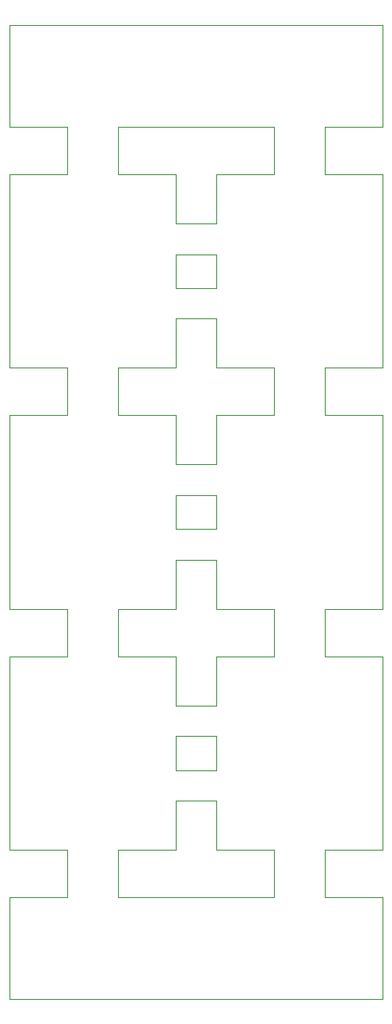
<source format=gbr>
%TF.GenerationSoftware,KiCad,Pcbnew,8.0.4*%
%TF.CreationDate,2024-09-15T23:07:02-03:00*%
%TF.ProjectId,panelized_TB67,70616e65-6c69-47a6-9564-5f544236372e,rev?*%
%TF.SameCoordinates,Original*%
%TF.FileFunction,Profile,NP*%
%FSLAX46Y46*%
G04 Gerber Fmt 4.6, Leading zero omitted, Abs format (unit mm)*
G04 Created by KiCad (PCBNEW 8.0.4) date 2024-09-15 23:07:02*
%MOMM*%
%LPD*%
G01*
G04 APERTURE LIST*
%TA.AperFunction,Profile*%
%ADD10C,0.100000*%
%TD*%
G04 APERTURE END LIST*
D10*
X166800000Y-100950500D02*
X166800000Y-81950500D01*
X161150000Y-100950500D02*
X166800000Y-100950500D01*
X150500000Y-63133833D02*
X148501000Y-63133833D01*
X161150000Y-79624500D02*
X161150000Y-77300500D01*
X130200000Y-81950500D02*
X130200000Y-100950500D01*
X135850000Y-34650500D02*
X130200000Y-34650500D01*
X130200000Y-77300500D02*
X135850000Y-77300500D01*
X148499000Y-45817166D02*
X146500000Y-45817166D01*
X135850000Y-79626500D02*
X135850000Y-81950500D01*
X148501000Y-63133833D02*
X148499000Y-63133833D01*
X146500000Y-39483833D02*
X146500000Y-34650500D01*
X146500000Y-48817166D02*
X148499000Y-48817166D01*
X156150000Y-34650500D02*
X150500000Y-34650500D01*
X148501000Y-66133833D02*
X150500000Y-66133833D01*
X140850000Y-55974500D02*
X140850000Y-53650500D01*
X146500000Y-63133833D02*
X146500000Y-58300500D01*
X166800000Y-105601500D02*
X161150000Y-105601500D01*
X148501000Y-89783833D02*
X150500000Y-89783833D01*
X156150000Y-79626500D02*
X156150000Y-81950500D01*
X148501000Y-45817166D02*
X148499000Y-45817166D01*
X148501000Y-39483833D02*
X148499000Y-39483833D01*
X148499000Y-96117166D02*
X148501000Y-96117166D01*
X135850000Y-77300500D02*
X135850000Y-79624500D01*
X130200000Y-100950500D02*
X135850000Y-100950500D01*
X148501000Y-69467166D02*
X148499000Y-69467166D01*
X146500000Y-34650500D02*
X140850000Y-34650500D01*
X148499000Y-93117166D02*
X146500000Y-93117166D01*
X150500000Y-72467166D02*
X150500000Y-77300500D01*
X148501000Y-96117166D02*
X150500000Y-96117166D01*
X166800000Y-20000000D02*
X130200000Y-20000000D01*
X135850000Y-30000000D02*
X135850000Y-34650500D01*
X148499000Y-66133833D02*
X148501000Y-66133833D01*
X148501000Y-93117166D02*
X148499000Y-93117166D01*
X148499000Y-86783833D02*
X146500000Y-86783833D01*
X150500000Y-45817166D02*
X148501000Y-45817166D01*
X150500000Y-77300500D02*
X156150000Y-77300500D01*
X150500000Y-81950500D02*
X150500000Y-86783833D01*
X166800000Y-53650500D02*
X166800000Y-34650500D01*
X166800000Y-81950500D02*
X161150000Y-81950500D01*
X135850000Y-55974500D02*
X135850000Y-55976500D01*
X140850000Y-105601500D02*
X140850000Y-100950500D01*
X130200000Y-20000000D02*
X130200000Y-30000000D01*
X156150000Y-105601500D02*
X140850000Y-105601500D01*
X146500000Y-89783833D02*
X148499000Y-89783833D01*
X156150000Y-53650500D02*
X156150000Y-55974500D01*
X156150000Y-79624500D02*
X156150000Y-79626500D01*
X161150000Y-58300500D02*
X161150000Y-55976500D01*
X150500000Y-93117166D02*
X148501000Y-93117166D01*
X166800000Y-34650500D02*
X161150000Y-34650500D01*
X156150000Y-77300500D02*
X156150000Y-79624500D01*
X150500000Y-89783833D02*
X150500000Y-93117166D01*
X166800000Y-77300500D02*
X166800000Y-58300500D01*
X150500000Y-42483833D02*
X150500000Y-45817166D01*
X146500000Y-66133833D02*
X148499000Y-66133833D01*
X146500000Y-96117166D02*
X148499000Y-96117166D01*
X156150000Y-100950500D02*
X156150000Y-105601500D01*
X148499000Y-42483833D02*
X148501000Y-42483833D01*
X148499000Y-72467166D02*
X148501000Y-72467166D01*
X135850000Y-53650500D02*
X135850000Y-55974500D01*
X146500000Y-77300500D02*
X146500000Y-72467166D01*
X146500000Y-58300500D02*
X140850000Y-58300500D01*
X166800000Y-58300500D02*
X161150000Y-58300500D01*
X146500000Y-86783833D02*
X146500000Y-81950500D01*
X130200000Y-58300500D02*
X130200000Y-77300500D01*
X135850000Y-105601500D02*
X130200000Y-105601500D01*
X150500000Y-58300500D02*
X150500000Y-63133833D01*
X150500000Y-96117166D02*
X150500000Y-100950500D01*
X140850000Y-53650500D02*
X146500000Y-53650500D01*
X140850000Y-79626500D02*
X140850000Y-79624500D01*
X161150000Y-105601500D02*
X161150000Y-100950500D01*
X146500000Y-45817166D02*
X146500000Y-42483833D01*
X146500000Y-42483833D02*
X148499000Y-42483833D01*
X148501000Y-86783833D02*
X148499000Y-86783833D01*
X146500000Y-53650500D02*
X146500000Y-48817166D01*
X148501000Y-72467166D02*
X150500000Y-72467166D01*
X150500000Y-34650500D02*
X150500000Y-39483833D01*
X130200000Y-105601500D02*
X130200000Y-115601500D01*
X161150000Y-30000000D02*
X166800000Y-30000000D01*
X148501000Y-42483833D02*
X150500000Y-42483833D01*
X161150000Y-81950500D02*
X161150000Y-79626500D01*
X156150000Y-81950500D02*
X150500000Y-81950500D01*
X150500000Y-86783833D02*
X148501000Y-86783833D01*
X140850000Y-30000000D02*
X156150000Y-30000000D01*
X150500000Y-39483833D02*
X148501000Y-39483833D01*
X156150000Y-55974500D02*
X156150000Y-55976500D01*
X140850000Y-100950500D02*
X146500000Y-100950500D01*
X146500000Y-81950500D02*
X140850000Y-81950500D01*
X146500000Y-69467166D02*
X146500000Y-66133833D01*
X150500000Y-69467166D02*
X148501000Y-69467166D01*
X161150000Y-34650500D02*
X161150000Y-30000000D01*
X156150000Y-55976500D02*
X156150000Y-58300500D01*
X146500000Y-72467166D02*
X148499000Y-72467166D01*
X130200000Y-115601500D02*
X166800000Y-115601500D01*
X161150000Y-77300500D02*
X166800000Y-77300500D01*
X140850000Y-58300500D02*
X140850000Y-55976500D01*
X130200000Y-30000000D02*
X135850000Y-30000000D01*
X130200000Y-53650500D02*
X135850000Y-53650500D01*
X148499000Y-63133833D02*
X146500000Y-63133833D01*
X146500000Y-100950500D02*
X146500000Y-96117166D01*
X156150000Y-30000000D02*
X156150000Y-34650500D01*
X148499000Y-39483833D02*
X146500000Y-39483833D01*
X161150000Y-55974500D02*
X161150000Y-53650500D01*
X135850000Y-100950500D02*
X135850000Y-105601500D01*
X161150000Y-79626500D02*
X161150000Y-79624500D01*
X140850000Y-34650500D02*
X140850000Y-30000000D01*
X135850000Y-81950500D02*
X130200000Y-81950500D01*
X150500000Y-66133833D02*
X150500000Y-69467166D01*
X166800000Y-115601500D02*
X166800000Y-105601500D01*
X135850000Y-55976500D02*
X135850000Y-58300500D01*
X140850000Y-79624500D02*
X140850000Y-77300500D01*
X150500000Y-53650500D02*
X156150000Y-53650500D01*
X146500000Y-93117166D02*
X146500000Y-89783833D01*
X161150000Y-55976500D02*
X161150000Y-55974500D01*
X148499000Y-69467166D02*
X146500000Y-69467166D01*
X148499000Y-89783833D02*
X148501000Y-89783833D01*
X156150000Y-58300500D02*
X150500000Y-58300500D01*
X140850000Y-55976500D02*
X140850000Y-55974500D01*
X135850000Y-58300500D02*
X130200000Y-58300500D01*
X150500000Y-48817166D02*
X150500000Y-53650500D01*
X166800000Y-30000000D02*
X166800000Y-20000000D01*
X140850000Y-77300500D02*
X146500000Y-77300500D01*
X161150000Y-53650500D02*
X166800000Y-53650500D01*
X148501000Y-48817166D02*
X150500000Y-48817166D01*
X130200000Y-34650500D02*
X130200000Y-53650500D01*
X140850000Y-81950500D02*
X140850000Y-79626500D01*
X150500000Y-100950500D02*
X156150000Y-100950500D01*
X148499000Y-48817166D02*
X148501000Y-48817166D01*
X135850000Y-79624500D02*
X135850000Y-79626500D01*
M02*

</source>
